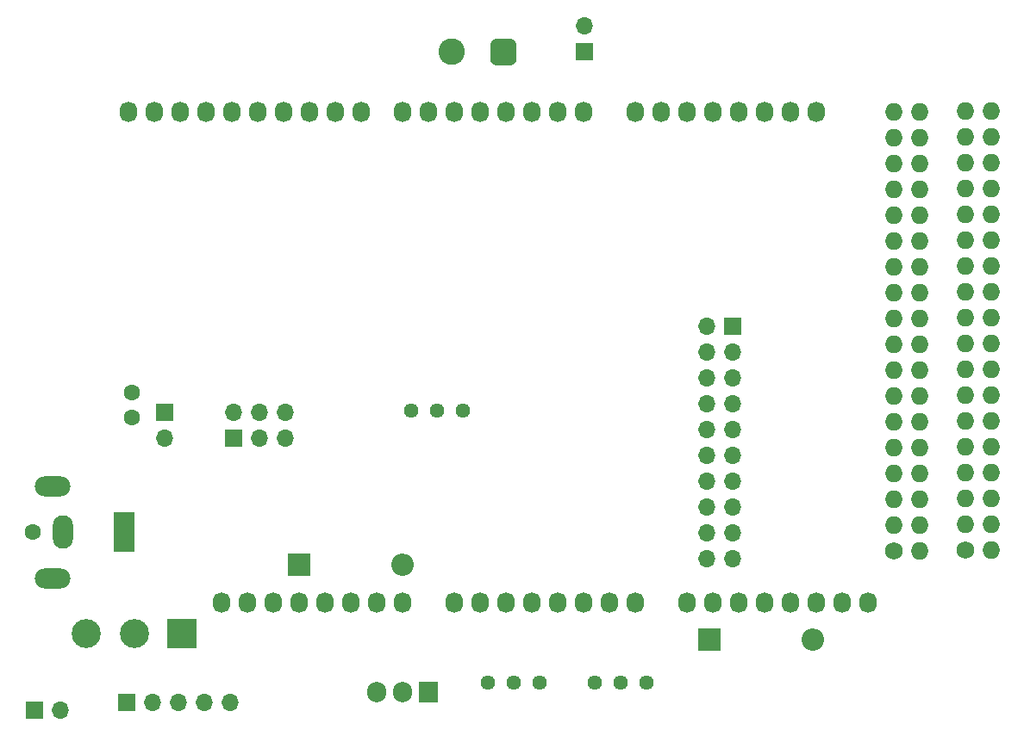
<source format=gbr>
G04 #@! TF.GenerationSoftware,KiCad,Pcbnew,(5.1.5)-3*
G04 #@! TF.CreationDate,2020-08-08T04:04:00-04:00*
G04 #@! TF.ProjectId,LT3081-ARDUINO-HEADERS,4c543330-3831-42d4-9152-4455494e4f2d,rev?*
G04 #@! TF.SameCoordinates,Original*
G04 #@! TF.FileFunction,Soldermask,Bot*
G04 #@! TF.FilePolarity,Negative*
%FSLAX46Y46*%
G04 Gerber Fmt 4.6, Leading zero omitted, Abs format (unit mm)*
G04 Created by KiCad (PCBNEW (5.1.5)-3) date 2020-08-08 04:04:00*
%MOMM*%
%LPD*%
G04 APERTURE LIST*
%ADD10O,1.727200X1.727200*%
%ADD11C,1.727200*%
%ADD12O,1.700000X1.700000*%
%ADD13R,1.700000X1.700000*%
%ADD14O,1.905000X2.000000*%
%ADD15R,1.905000X2.000000*%
%ADD16C,2.600000*%
%ADD17C,0.100000*%
%ADD18C,2.850000*%
%ADD19R,2.850000X2.850000*%
%ADD20C,1.440000*%
%ADD21C,1.600000*%
%ADD22O,3.500000X2.000000*%
%ADD23O,2.000000X3.300000*%
%ADD24R,2.000000X4.000000*%
%ADD25O,2.200000X2.200000*%
%ADD26R,2.200000X2.200000*%
%ADD27O,1.727200X2.032000*%
G04 APERTURE END LIST*
D10*
X206890000Y-70850000D03*
X204350000Y-70850000D03*
X206890000Y-73390000D03*
X204350000Y-73390000D03*
X206890000Y-75930000D03*
X204350000Y-75930000D03*
X206890000Y-78470000D03*
X204350000Y-78470000D03*
X206890000Y-81010000D03*
X204350000Y-81010000D03*
X206890000Y-83550000D03*
X204350000Y-83550000D03*
X206890000Y-86090000D03*
X204350000Y-86090000D03*
X206890000Y-88630000D03*
X204350000Y-88630000D03*
X206890000Y-91170000D03*
X204350000Y-91170000D03*
X206890000Y-93710000D03*
X204350000Y-93710000D03*
X206890000Y-96250000D03*
X204350000Y-96250000D03*
X206890000Y-98790000D03*
X204350000Y-98790000D03*
X206890000Y-101330000D03*
X204350000Y-101330000D03*
X206890000Y-103870000D03*
X204350000Y-103870000D03*
X206890000Y-106410000D03*
X204350000Y-106410000D03*
X206890000Y-108950000D03*
X204350000Y-108950000D03*
X206890000Y-111490000D03*
X204350000Y-111490000D03*
X206890000Y-114030000D03*
D11*
X204350000Y-114030000D03*
D12*
X179000000Y-114860000D03*
X181540000Y-114860000D03*
X179000000Y-112320000D03*
X181540000Y-112320000D03*
X179000000Y-109780000D03*
X181540000Y-109780000D03*
X179000000Y-107240000D03*
X181540000Y-107240000D03*
X179000000Y-104700000D03*
X181540000Y-104700000D03*
X179000000Y-102160000D03*
X181540000Y-102160000D03*
X179000000Y-99620000D03*
X181540000Y-99620000D03*
X179000000Y-97080000D03*
X181540000Y-97080000D03*
X179000000Y-94540000D03*
X181540000Y-94540000D03*
X179000000Y-92000000D03*
D13*
X181540000Y-92000000D03*
D14*
X146560000Y-128000000D03*
X149100000Y-128000000D03*
D15*
X151640000Y-128000000D03*
D16*
X153920000Y-65000000D03*
D17*
G36*
X159713711Y-63703130D02*
G01*
X159776809Y-63712490D01*
X159838685Y-63727989D01*
X159898744Y-63749478D01*
X159956408Y-63776751D01*
X160011121Y-63809545D01*
X160062356Y-63847543D01*
X160109619Y-63890381D01*
X160152457Y-63937644D01*
X160190455Y-63988879D01*
X160223249Y-64043592D01*
X160250522Y-64101256D01*
X160272011Y-64161315D01*
X160287510Y-64223191D01*
X160296870Y-64286289D01*
X160300000Y-64350000D01*
X160300000Y-65650000D01*
X160296870Y-65713711D01*
X160287510Y-65776809D01*
X160272011Y-65838685D01*
X160250522Y-65898744D01*
X160223249Y-65956408D01*
X160190455Y-66011121D01*
X160152457Y-66062356D01*
X160109619Y-66109619D01*
X160062356Y-66152457D01*
X160011121Y-66190455D01*
X159956408Y-66223249D01*
X159898744Y-66250522D01*
X159838685Y-66272011D01*
X159776809Y-66287510D01*
X159713711Y-66296870D01*
X159650000Y-66300000D01*
X158350000Y-66300000D01*
X158286289Y-66296870D01*
X158223191Y-66287510D01*
X158161315Y-66272011D01*
X158101256Y-66250522D01*
X158043592Y-66223249D01*
X157988879Y-66190455D01*
X157937644Y-66152457D01*
X157890381Y-66109619D01*
X157847543Y-66062356D01*
X157809545Y-66011121D01*
X157776751Y-65956408D01*
X157749478Y-65898744D01*
X157727989Y-65838685D01*
X157712490Y-65776809D01*
X157703130Y-65713711D01*
X157700000Y-65650000D01*
X157700000Y-64350000D01*
X157703130Y-64286289D01*
X157712490Y-64223191D01*
X157727989Y-64161315D01*
X157749478Y-64101256D01*
X157776751Y-64043592D01*
X157809545Y-63988879D01*
X157847543Y-63937644D01*
X157890381Y-63890381D01*
X157937644Y-63847543D01*
X157988879Y-63809545D01*
X158043592Y-63776751D01*
X158101256Y-63749478D01*
X158161315Y-63727989D01*
X158223191Y-63712490D01*
X158286289Y-63703130D01*
X158350000Y-63700000D01*
X159650000Y-63700000D01*
X159713711Y-63703130D01*
G37*
D18*
X118050000Y-122250000D03*
X122750000Y-122250000D03*
D19*
X127450000Y-122250000D03*
D20*
X149920000Y-100250000D03*
X152460000Y-100250000D03*
X155000000Y-100250000D03*
X157460000Y-127000000D03*
X160000000Y-127000000D03*
X162540000Y-127000000D03*
X167960000Y-127000000D03*
X170500000Y-127000000D03*
X173040000Y-127000000D03*
D12*
X167000000Y-62460000D03*
D13*
X167000000Y-65000000D03*
D12*
X137580000Y-100460000D03*
X137580000Y-103000000D03*
X135040000Y-100460000D03*
X135040000Y-103000000D03*
X132500000Y-100460000D03*
D13*
X132500000Y-103000000D03*
D12*
X125750000Y-103000000D03*
D13*
X125750000Y-100460000D03*
D12*
X115500000Y-129710000D03*
D13*
X112960000Y-129710000D03*
D12*
X132160000Y-129000000D03*
X129620000Y-129000000D03*
X127080000Y-129000000D03*
X124540000Y-129000000D03*
D13*
X122000000Y-129000000D03*
D21*
X112750000Y-112250000D03*
D22*
X114750000Y-116750000D03*
X114750000Y-107750000D03*
D23*
X115750000Y-112250000D03*
D24*
X121750000Y-112250000D03*
D25*
X189360000Y-122800000D03*
D26*
X179200000Y-122800000D03*
D25*
X149100000Y-115400000D03*
D26*
X138940000Y-115400000D03*
D21*
X122500000Y-101000000D03*
X122500000Y-98500000D03*
D11*
X197358000Y-114046000D03*
D10*
X199898000Y-114046000D03*
X197358000Y-111506000D03*
X199898000Y-111506000D03*
X197358000Y-108966000D03*
X199898000Y-108966000D03*
X197358000Y-106426000D03*
X199898000Y-106426000D03*
X197358000Y-103886000D03*
X199898000Y-103886000D03*
X197358000Y-101346000D03*
X199898000Y-101346000D03*
X197358000Y-98806000D03*
X199898000Y-98806000D03*
X197358000Y-96266000D03*
X199898000Y-96266000D03*
X197358000Y-93726000D03*
X199898000Y-93726000D03*
X197358000Y-91186000D03*
X199898000Y-91186000D03*
X197358000Y-88646000D03*
X199898000Y-88646000D03*
X197358000Y-86106000D03*
X199898000Y-86106000D03*
X197358000Y-83566000D03*
X199898000Y-83566000D03*
X197358000Y-81026000D03*
X199898000Y-81026000D03*
X197358000Y-78486000D03*
X199898000Y-78486000D03*
X197358000Y-75946000D03*
X199898000Y-75946000D03*
X197358000Y-73406000D03*
X199898000Y-73406000D03*
X197358000Y-70866000D03*
X199898000Y-70866000D03*
D27*
X131318000Y-119126000D03*
X133858000Y-119126000D03*
X136398000Y-119126000D03*
X138938000Y-119126000D03*
X141478000Y-119126000D03*
X144018000Y-119126000D03*
X146558000Y-119126000D03*
X149098000Y-119126000D03*
X154178000Y-119126000D03*
X156718000Y-119126000D03*
X159258000Y-119126000D03*
X161798000Y-119126000D03*
X164338000Y-119126000D03*
X166878000Y-119126000D03*
X169418000Y-119126000D03*
X171958000Y-119126000D03*
X177038000Y-119126000D03*
X179578000Y-119126000D03*
X182118000Y-119126000D03*
X184658000Y-119126000D03*
X187198000Y-119126000D03*
X189738000Y-119126000D03*
X192278000Y-119126000D03*
X194818000Y-119126000D03*
X122174000Y-70866000D03*
X124714000Y-70866000D03*
X127254000Y-70866000D03*
X129794000Y-70866000D03*
X132334000Y-70866000D03*
X134874000Y-70866000D03*
X137414000Y-70866000D03*
X139954000Y-70866000D03*
X142494000Y-70866000D03*
X145034000Y-70866000D03*
X149098000Y-70866000D03*
X151638000Y-70866000D03*
X154178000Y-70866000D03*
X156718000Y-70866000D03*
X159258000Y-70866000D03*
X161798000Y-70866000D03*
X164338000Y-70866000D03*
X166878000Y-70866000D03*
X171958000Y-70866000D03*
X174498000Y-70866000D03*
X177038000Y-70866000D03*
X179578000Y-70866000D03*
X182118000Y-70866000D03*
X184658000Y-70866000D03*
X187198000Y-70866000D03*
X189738000Y-70866000D03*
M02*

</source>
